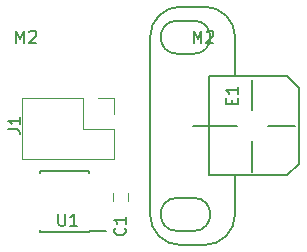
<source format=gto>
G04 #@! TF.FileFunction,Legend,Top*
%FSLAX46Y46*%
G04 Gerber Fmt 4.6, Leading zero omitted, Abs format (unit mm)*
G04 Created by KiCad (PCBNEW 4.0.6) date Thu Nov 16 07:41:36 2017*
%MOMM*%
%LPD*%
G01*
G04 APERTURE LIST*
%ADD10C,0.100000*%
%ADD11C,0.150000*%
%ADD12C,0.120000*%
G04 APERTURE END LIST*
D10*
D11*
X104700000Y-40300000D02*
X102500000Y-40300000D01*
X102500000Y-48700000D02*
X104700000Y-48700000D01*
X102500000Y-48700000D02*
X102500000Y-40300000D01*
X106100000Y-48400000D02*
X106100000Y-45800000D01*
X107500000Y-44500000D02*
X109800000Y-44500000D01*
X97500000Y-52000000D02*
X97500000Y-37000000D01*
X104700000Y-52000000D02*
X104700000Y-48700000D01*
X100100000Y-34400000D02*
X102100000Y-34400000D01*
X97500000Y-52000000D02*
G75*
G03X100100000Y-54600000I2600000J0D01*
G01*
X104700000Y-37000000D02*
G75*
G03X102100000Y-34400000I-2600000J0D01*
G01*
X100100000Y-34400000D02*
G75*
G03X97500000Y-37000000I0J-2600000D01*
G01*
X99800000Y-53400000D02*
X101200000Y-53400000D01*
X99800000Y-50600000D02*
X101200000Y-50600000D01*
X101200000Y-50600000D02*
G75*
G02X101200000Y-53400000I0J-1400000D01*
G01*
X99800000Y-50600000D02*
G75*
G03X99800000Y-53400000I0J-1400000D01*
G01*
X101200000Y-38400000D02*
X99800000Y-38400000D01*
X99800000Y-35600000D02*
X101200000Y-35600000D01*
X99800000Y-38400000D02*
G75*
G02X99800000Y-35600000I0J1400000D01*
G01*
X101200000Y-38400000D02*
G75*
G03X101200000Y-35600000I0J1400000D01*
G01*
X109100000Y-48700000D02*
X104700000Y-48700000D01*
X110100000Y-47700000D02*
X109100000Y-48700000D01*
X110100000Y-41300000D02*
X110100000Y-47700000D01*
X110100000Y-41300000D02*
X109100000Y-40300000D01*
X102100000Y-54600000D02*
G75*
G03X104700000Y-52000000I0J2600000D01*
G01*
X100100000Y-54600000D02*
X102100000Y-54600000D01*
X104700000Y-37000000D02*
X104700000Y-40300000D01*
X109100000Y-40300000D02*
X104700000Y-40300000D01*
X104900000Y-44500000D02*
X101100000Y-44500000D01*
X106100000Y-40600000D02*
X106100000Y-43200000D01*
D12*
X91810000Y-42130000D02*
X86670000Y-42130000D01*
X86670000Y-42130000D02*
X86670000Y-47330000D01*
X86670000Y-47330000D02*
X94410000Y-47330000D01*
X94410000Y-47330000D02*
X94410000Y-44730000D01*
X94410000Y-44730000D02*
X91810000Y-44730000D01*
X91810000Y-44730000D02*
X91810000Y-42130000D01*
X93080000Y-42130000D02*
X94410000Y-42130000D01*
X94410000Y-42130000D02*
X94410000Y-43460000D01*
D11*
X92375000Y-53480000D02*
X92375000Y-53430000D01*
X88225000Y-53480000D02*
X88225000Y-53335000D01*
X88225000Y-48330000D02*
X88225000Y-48475000D01*
X92375000Y-48330000D02*
X92375000Y-48475000D01*
X92375000Y-53480000D02*
X88225000Y-53480000D01*
X92375000Y-48330000D02*
X88225000Y-48330000D01*
X92375000Y-53430000D02*
X93775000Y-53430000D01*
D12*
X94400000Y-50850000D02*
X94400000Y-50150000D01*
X95600000Y-50150000D02*
X95600000Y-50850000D01*
D11*
X104413571Y-42650476D02*
X104413571Y-42317142D01*
X104937381Y-42174285D02*
X104937381Y-42650476D01*
X103937381Y-42650476D01*
X103937381Y-42174285D01*
X104937381Y-41221904D02*
X104937381Y-41793333D01*
X104937381Y-41507619D02*
X103937381Y-41507619D01*
X104080238Y-41602857D01*
X104175476Y-41698095D01*
X104223095Y-41793333D01*
X85492381Y-44793333D02*
X86206667Y-44793333D01*
X86349524Y-44840953D01*
X86444762Y-44936191D01*
X86492381Y-45079048D01*
X86492381Y-45174286D01*
X86492381Y-43793333D02*
X86492381Y-44364762D01*
X86492381Y-44079048D02*
X85492381Y-44079048D01*
X85635238Y-44174286D01*
X85730476Y-44269524D01*
X85778095Y-44364762D01*
X89738095Y-51952381D02*
X89738095Y-52761905D01*
X89785714Y-52857143D01*
X89833333Y-52904762D01*
X89928571Y-52952381D01*
X90119048Y-52952381D01*
X90214286Y-52904762D01*
X90261905Y-52857143D01*
X90309524Y-52761905D01*
X90309524Y-51952381D01*
X91309524Y-52952381D02*
X90738095Y-52952381D01*
X91023809Y-52952381D02*
X91023809Y-51952381D01*
X90928571Y-52095238D01*
X90833333Y-52190476D01*
X90738095Y-52238095D01*
X95357143Y-53166666D02*
X95404762Y-53214285D01*
X95452381Y-53357142D01*
X95452381Y-53452380D01*
X95404762Y-53595238D01*
X95309524Y-53690476D01*
X95214286Y-53738095D01*
X95023810Y-53785714D01*
X94880952Y-53785714D01*
X94690476Y-53738095D01*
X94595238Y-53690476D01*
X94500000Y-53595238D01*
X94452381Y-53452380D01*
X94452381Y-53357142D01*
X94500000Y-53214285D01*
X94547619Y-53166666D01*
X95452381Y-52214285D02*
X95452381Y-52785714D01*
X95452381Y-52500000D02*
X94452381Y-52500000D01*
X94595238Y-52595238D01*
X94690476Y-52690476D01*
X94738095Y-52785714D01*
X101190476Y-37452381D02*
X101190476Y-36452381D01*
X101523810Y-37166667D01*
X101857143Y-36452381D01*
X101857143Y-37452381D01*
X102285714Y-36547619D02*
X102333333Y-36500000D01*
X102428571Y-36452381D01*
X102666667Y-36452381D01*
X102761905Y-36500000D01*
X102809524Y-36547619D01*
X102857143Y-36642857D01*
X102857143Y-36738095D01*
X102809524Y-36880952D01*
X102238095Y-37452381D01*
X102857143Y-37452381D01*
X86190476Y-37452381D02*
X86190476Y-36452381D01*
X86523810Y-37166667D01*
X86857143Y-36452381D01*
X86857143Y-37452381D01*
X87285714Y-36547619D02*
X87333333Y-36500000D01*
X87428571Y-36452381D01*
X87666667Y-36452381D01*
X87761905Y-36500000D01*
X87809524Y-36547619D01*
X87857143Y-36642857D01*
X87857143Y-36738095D01*
X87809524Y-36880952D01*
X87238095Y-37452381D01*
X87857143Y-37452381D01*
M02*

</source>
